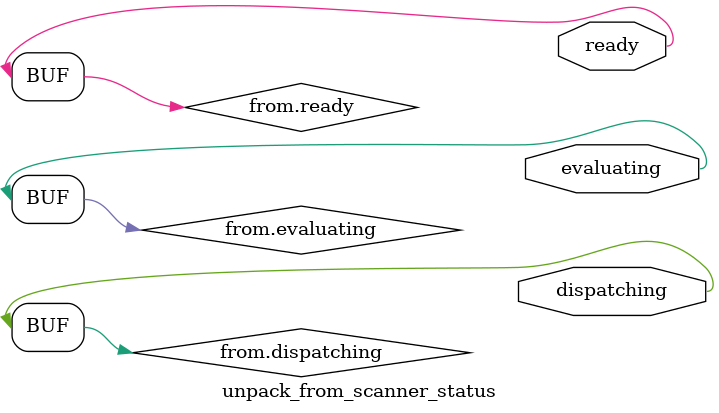
<source format=sv>
`timescale 1ns / 1ps

module unpack_from_scanner_status(
    i_scanner_status.consumer from,
    output dispatching, evaluating, ready
);

assign dispatching = from.dispatching;
assign evaluating = from.evaluating;
assign ready = from.ready;

endmodule

</source>
